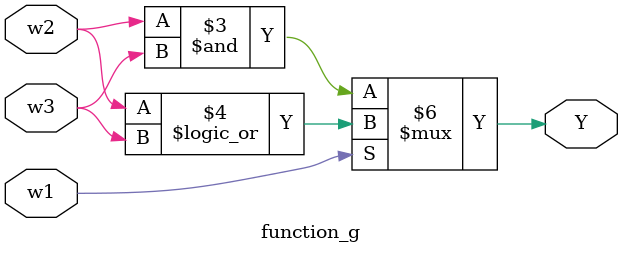
<source format=v>
`timescale 1ns / 1ps


module function_g(w1,w2,w3,Y);
    input w1,w2,w3;
    output Y;
    reg Y;
    always @(w1,w2,w3) begin
        if(w1==0) Y<= w2&w3;
        else Y<= w2||w3;
    end
endmodule


</source>
